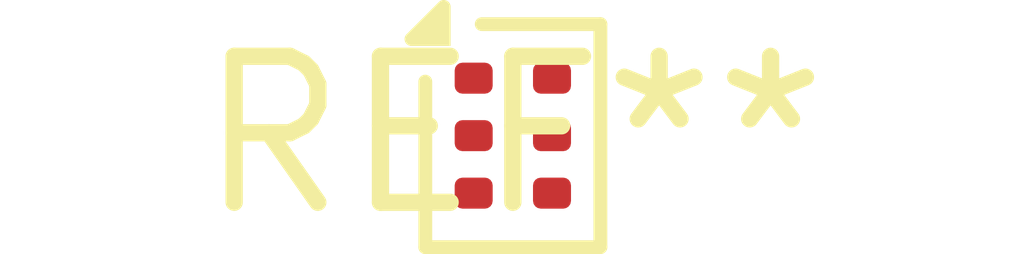
<source format=kicad_pcb>
(kicad_pcb (version 20240108) (generator pcbnew)
  (layers (0 "F.Cu" signal) (31 "B.Cu" signal) (34 "B.Paste" user) (35 "F.Paste" user) (36 "B.SilkS" user "B.Silkscreen") (37 "F.SilkS" user "F.Silkscreen") (38 "B.Mask" user) (39 "F.Mask" user) (44 "Edge.Cuts" user))
  (net 0 "")
  (footprint "SOT-886" (layer "F.Cu") (at 0 0)
    (property "Reference" "REF**")
    (property "Value" "SOT-886")
    (fp_line (start -0.76 -0.47) (end -0.76 0.97) (layer "F.SilkS") (stroke (width 0.12)))
    (fp_line (start -0.76 0.97) (end 0.76 0.97) (layer "F.SilkS") (stroke (width 0.12)))
    (fp_line (start 0.76 -0.97) (end -0.27 -0.97) (layer "F.SilkS") (stroke (width 0.12)))
    (fp_line (start 0.76 0.97) (end 0.76 -0.97) (layer "F.SilkS") (stroke (width 0.12)))
    (fp_poly (pts (xy -0.6 -0.84) (xy -0.88 -0.84) (xy -0.6 -1.12) (xy -0.6 -0.84)) (layer "F.SilkS") (stroke (width 0.12)) (fill solid))
    (pad "1" smd roundrect (at -0.34 -0.5) (size 0.33 0.27) (layers "F.Cu" "F.Paste" "F.Mask"))
    (pad "2" smd roundrect (at -0.34 0) (size 0.33 0.27) (layers "F.Cu" "F.Paste" "F.Mask"))
    (pad "3" smd roundrect (at -0.34 0.5) (size 0.33 0.27) (layers "F.Cu" "F.Paste" "F.Mask"))
    (pad "4" smd roundrect (at 0.34 0.5) (size 0.33 0.27) (layers "F.Cu" "F.Paste" "F.Mask"))
    (pad "5" smd roundrect (at 0.34 0) (size 0.33 0.27) (layers "F.Cu" "F.Paste" "F.Mask"))
    (pad "6" smd roundrect (at 0.34 -0.5) (size 0.33 0.27) (layers "F.Cu" "F.Paste" "F.Mask"))
  )
)
</source>
